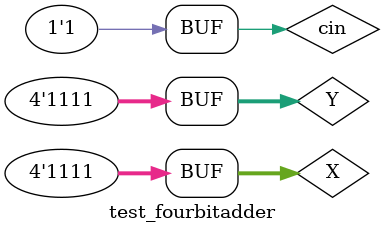
<source format=v>

/*
	Test_fourbitadder: test three cases for the adder.
	Dec 4th, 2020.
	- H.B.
*/

module test_fourbitadder;

reg [3:0]X,Y;
reg cin;
wire [3:0]S;
wire cout;

four_bit_adder FBA(X, Y, cin, S, cout);

initial begin
	X=5; Y=6; cin=0; #100;
	X=10; Y=2; cin=1; #100;
	X=15; Y=15; cin=1; #100;
end
endmodule
	

</source>
